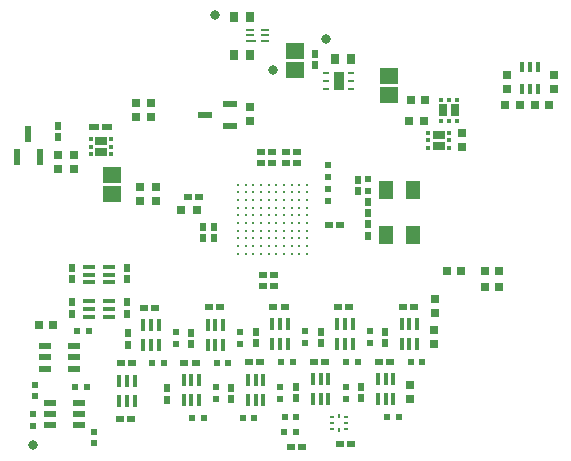
<source format=gbp>
G04 Layer_Color=128*
%FSLAX43Y43*%
%MOMM*%
G71*
G01*
G75*
%ADD28R,0.700X0.700*%
%ADD32R,1.500X1.350*%
%ADD33R,0.900X0.600*%
%ADD36R,0.650X0.800*%
%ADD37R,0.800X0.650*%
%ADD38R,0.550X0.600*%
%ADD39R,0.500X0.650*%
%ADD42R,0.600X0.550*%
%ADD89R,1.300X1.600*%
%ADD92R,0.250X0.400*%
%ADD93R,0.400X0.250*%
%ADD94C,0.280*%
%ADD95R,0.400X1.000*%
%ADD96R,1.050X0.720*%
%ADD97R,0.300X0.350*%
%ADD98R,1.050X0.600*%
%ADD99R,1.300X0.600*%
%ADD100R,0.350X0.850*%
%ADD101R,0.600X1.400*%
%ADD102R,0.800X0.850*%
%ADD103R,0.650X0.500*%
%ADD104R,0.720X1.050*%
%ADD105R,0.350X0.300*%
%ADD106R,1.000X0.400*%
%ADD107C,0.800*%
%ADD197R,0.800X0.250*%
%ADD198R,0.900X0.250*%
%ADD199R,0.900X1.500*%
%ADD200R,0.550X0.250*%
D28*
X-31375Y-20000D02*
D03*
X-32775D02*
D03*
D32*
X-15125Y-8650D02*
D03*
Y-10300D02*
D03*
X-38612Y-18663D02*
D03*
Y-17013D02*
D03*
X-23100Y-6525D02*
D03*
Y-8175D02*
D03*
D33*
X-40150Y-12965D02*
D03*
X-39050D02*
D03*
D36*
X-43138Y-15365D02*
D03*
Y-16565D02*
D03*
X-8950Y-14675D02*
D03*
Y-13475D02*
D03*
X-34900Y-18025D02*
D03*
Y-19225D02*
D03*
X-36200Y-19225D02*
D03*
Y-18025D02*
D03*
X-41787Y-15365D02*
D03*
Y-16565D02*
D03*
X-1200Y-8600D02*
D03*
Y-9800D02*
D03*
X-5200Y-9800D02*
D03*
Y-8600D02*
D03*
X-26950Y-12462D02*
D03*
Y-11262D02*
D03*
X-36600Y-10950D02*
D03*
Y-12150D02*
D03*
X-35325Y-12150D02*
D03*
Y-10950D02*
D03*
X-13350Y-34825D02*
D03*
Y-36025D02*
D03*
X-11325Y-30150D02*
D03*
Y-31350D02*
D03*
X-11300Y-28712D02*
D03*
Y-27513D02*
D03*
D37*
X-12075Y-10700D02*
D03*
X-13275D02*
D03*
X-13425Y-12450D02*
D03*
X-12225D02*
D03*
X-9038Y-25200D02*
D03*
X-10238D02*
D03*
X-5800D02*
D03*
X-7000D02*
D03*
X-5800Y-26500D02*
D03*
X-7000D02*
D03*
X-5300Y-11100D02*
D03*
X-4100D02*
D03*
X-2800D02*
D03*
X-1600D02*
D03*
X-43575Y-29775D02*
D03*
X-44775D02*
D03*
D38*
X-40125Y-39763D02*
D03*
Y-38763D02*
D03*
X-20300Y-18200D02*
D03*
Y-19200D02*
D03*
X-18775Y-34975D02*
D03*
Y-35975D02*
D03*
X-16775Y-30250D02*
D03*
Y-31250D02*
D03*
X-33200Y-31375D02*
D03*
Y-30375D02*
D03*
X-27750Y-31325D02*
D03*
Y-30325D02*
D03*
X-22275Y-31250D02*
D03*
Y-30250D02*
D03*
X-24350Y-35975D02*
D03*
Y-34975D02*
D03*
X-29800Y-36025D02*
D03*
Y-35025D02*
D03*
X-20300Y-17200D02*
D03*
Y-16200D02*
D03*
X-45125Y-34787D02*
D03*
Y-35787D02*
D03*
X-45263Y-37250D02*
D03*
Y-38250D02*
D03*
X-16900Y-18400D02*
D03*
Y-17400D02*
D03*
D39*
X-43138Y-12887D02*
D03*
Y-13837D02*
D03*
X-33975Y-36050D02*
D03*
Y-35100D02*
D03*
X-30875Y-22375D02*
D03*
Y-21425D02*
D03*
X-30000Y-22375D02*
D03*
Y-21425D02*
D03*
X-17800Y-18375D02*
D03*
Y-17425D02*
D03*
X-16900Y-20275D02*
D03*
Y-19325D02*
D03*
X-20950Y-31275D02*
D03*
Y-30325D02*
D03*
X-23025Y-35950D02*
D03*
Y-35000D02*
D03*
X-17525Y-35950D02*
D03*
Y-35000D02*
D03*
X-15500Y-31275D02*
D03*
Y-30325D02*
D03*
X-37375Y-25825D02*
D03*
Y-24875D02*
D03*
X-42025Y-24900D02*
D03*
Y-25850D02*
D03*
X-31925Y-31350D02*
D03*
Y-30400D02*
D03*
X-37287Y-31400D02*
D03*
Y-30450D02*
D03*
X-26450Y-31275D02*
D03*
Y-30325D02*
D03*
X-37300Y-28775D02*
D03*
Y-27825D02*
D03*
X-42025Y-27825D02*
D03*
Y-28775D02*
D03*
X-28525Y-36000D02*
D03*
Y-35050D02*
D03*
X-21450Y-7725D02*
D03*
Y-6775D02*
D03*
X-16900Y-21225D02*
D03*
Y-22175D02*
D03*
D42*
X-23025Y-38825D02*
D03*
X-24025D02*
D03*
X-23000Y-37550D02*
D03*
X-24000D02*
D03*
X-41750Y-34975D02*
D03*
X-40750D02*
D03*
X-18775Y-32850D02*
D03*
X-17775D02*
D03*
X-15350Y-37525D02*
D03*
X-14350D02*
D03*
X-41550Y-30275D02*
D03*
X-40550D02*
D03*
X-13325Y-32850D02*
D03*
X-12325D02*
D03*
X-29750Y-32925D02*
D03*
X-28750D02*
D03*
X-35200Y-32975D02*
D03*
X-34200D02*
D03*
X-24275Y-32850D02*
D03*
X-23275D02*
D03*
X-26550Y-37625D02*
D03*
X-27550D02*
D03*
X-31800D02*
D03*
X-30800D02*
D03*
D89*
X-13100Y-22150D02*
D03*
Y-18350D02*
D03*
X-15400D02*
D03*
Y-22150D02*
D03*
D92*
X-19375Y-37450D02*
D03*
Y-38650D02*
D03*
D93*
X-19980Y-38050D02*
D03*
Y-37550D02*
D03*
Y-38550D02*
D03*
X-18770D02*
D03*
Y-37550D02*
D03*
Y-38050D02*
D03*
D94*
X-27300Y-20450D02*
D03*
X-27950Y-17850D02*
D03*
X-27300D02*
D03*
X-26650D02*
D03*
X-26000D02*
D03*
X-25350D02*
D03*
X-24700D02*
D03*
X-24050D02*
D03*
X-23400D02*
D03*
X-22750D02*
D03*
X-22100D02*
D03*
X-27950Y-18500D02*
D03*
X-27300D02*
D03*
X-26650D02*
D03*
X-26000D02*
D03*
X-25350D02*
D03*
X-24700D02*
D03*
X-24050D02*
D03*
X-23400D02*
D03*
X-22750D02*
D03*
X-22100D02*
D03*
X-27950Y-19150D02*
D03*
X-27300D02*
D03*
X-26650D02*
D03*
X-26000D02*
D03*
X-25350D02*
D03*
X-24700D02*
D03*
X-24050D02*
D03*
X-23400D02*
D03*
X-22750D02*
D03*
X-27950Y-19800D02*
D03*
X-27300D02*
D03*
X-26650D02*
D03*
X-26000D02*
D03*
X-25350D02*
D03*
X-24700D02*
D03*
X-24050D02*
D03*
X-23400D02*
D03*
X-22750D02*
D03*
X-27950Y-20450D02*
D03*
X-26650D02*
D03*
X-26000D02*
D03*
X-25350D02*
D03*
X-24700D02*
D03*
X-24050D02*
D03*
X-23400D02*
D03*
X-22750D02*
D03*
X-27950Y-21750D02*
D03*
X-27300D02*
D03*
X-26650D02*
D03*
X-26000D02*
D03*
X-25350D02*
D03*
X-24700D02*
D03*
X-24050D02*
D03*
X-23400D02*
D03*
X-22750D02*
D03*
X-27950Y-22400D02*
D03*
X-27300D02*
D03*
X-26650D02*
D03*
X-26000D02*
D03*
X-25350D02*
D03*
X-24700D02*
D03*
X-24050D02*
D03*
X-23400D02*
D03*
X-22750D02*
D03*
X-27950Y-23050D02*
D03*
X-27300D02*
D03*
X-26650D02*
D03*
X-26000D02*
D03*
X-25350D02*
D03*
X-24700D02*
D03*
X-24050D02*
D03*
X-23400D02*
D03*
X-22750D02*
D03*
X-27950Y-23700D02*
D03*
X-27300D02*
D03*
X-26650D02*
D03*
X-26000D02*
D03*
X-25350D02*
D03*
X-24700D02*
D03*
X-24050D02*
D03*
X-23400D02*
D03*
X-22750D02*
D03*
X-27950Y-21100D02*
D03*
X-27300D02*
D03*
X-26650D02*
D03*
X-26000D02*
D03*
X-25350D02*
D03*
X-24700D02*
D03*
X-24050D02*
D03*
X-23400D02*
D03*
X-22750D02*
D03*
X-22100D02*
D03*
Y-19150D02*
D03*
Y-19800D02*
D03*
Y-20450D02*
D03*
Y-21750D02*
D03*
Y-22400D02*
D03*
Y-23050D02*
D03*
Y-23700D02*
D03*
D95*
X-32550Y-34425D02*
D03*
X-31900D02*
D03*
X-31250D02*
D03*
Y-36125D02*
D03*
X-31900D02*
D03*
X-32550D02*
D03*
X-19525Y-29650D02*
D03*
X-18875D02*
D03*
X-18225D02*
D03*
Y-31350D02*
D03*
X-18875D02*
D03*
X-19525D02*
D03*
X-21600Y-34325D02*
D03*
X-20950D02*
D03*
X-20300D02*
D03*
Y-36025D02*
D03*
X-20950D02*
D03*
X-21600D02*
D03*
X-16100Y-34325D02*
D03*
X-15450D02*
D03*
X-14800D02*
D03*
Y-36025D02*
D03*
X-15450D02*
D03*
X-16100D02*
D03*
X-38000Y-34475D02*
D03*
X-37350D02*
D03*
X-36700D02*
D03*
Y-36175D02*
D03*
X-37350D02*
D03*
X-38000D02*
D03*
X-14075Y-29650D02*
D03*
X-13425D02*
D03*
X-12775D02*
D03*
Y-31350D02*
D03*
X-13425D02*
D03*
X-14075D02*
D03*
X-30500Y-29725D02*
D03*
X-29850D02*
D03*
X-29200D02*
D03*
Y-31425D02*
D03*
X-29850D02*
D03*
X-30500D02*
D03*
X-35950Y-29775D02*
D03*
X-35300D02*
D03*
X-34650D02*
D03*
Y-31475D02*
D03*
X-35300D02*
D03*
X-35950D02*
D03*
X-25025Y-29650D02*
D03*
X-24375D02*
D03*
X-23725D02*
D03*
Y-31350D02*
D03*
X-24375D02*
D03*
X-25025D02*
D03*
X-27100Y-34375D02*
D03*
X-26450D02*
D03*
X-25800D02*
D03*
Y-36075D02*
D03*
X-26450D02*
D03*
X-27100D02*
D03*
D96*
X-10950Y-13620D02*
D03*
X-10950Y-14600D02*
D03*
X-39525Y-15130D02*
D03*
X-39525Y-14150D02*
D03*
D97*
X-10075Y-13460D02*
D03*
Y-14110D02*
D03*
Y-14760D02*
D03*
X-11825D02*
D03*
Y-14110D02*
D03*
Y-13460D02*
D03*
X-40400Y-15290D02*
D03*
Y-14640D02*
D03*
Y-13990D02*
D03*
X-38650D02*
D03*
Y-14640D02*
D03*
Y-15290D02*
D03*
D98*
X-43875Y-36325D02*
D03*
Y-37275D02*
D03*
Y-38225D02*
D03*
X-41425D02*
D03*
Y-37275D02*
D03*
Y-36325D02*
D03*
X-44300Y-33425D02*
D03*
Y-32475D02*
D03*
Y-31525D02*
D03*
X-41850D02*
D03*
Y-32475D02*
D03*
Y-33425D02*
D03*
D99*
X-30750Y-11975D02*
D03*
X-28650Y-12925D02*
D03*
Y-11025D02*
D03*
D100*
X-3875Y-7875D02*
D03*
X-3225D02*
D03*
X-2575D02*
D03*
Y-9725D02*
D03*
X-3225D02*
D03*
X-3875D02*
D03*
D101*
X-44737Y-15500D02*
D03*
X-46638D02*
D03*
X-45688Y-13600D02*
D03*
D102*
X-26900Y-3638D02*
D03*
X-28300D02*
D03*
X-18362Y-7213D02*
D03*
X-19763D02*
D03*
X-26900Y-6887D02*
D03*
X-28300D02*
D03*
D103*
X-24900Y-26400D02*
D03*
X-25850D02*
D03*
X-24900Y-25500D02*
D03*
X-25850D02*
D03*
X-19325Y-21300D02*
D03*
X-20275D02*
D03*
X-32150Y-18900D02*
D03*
X-31200D02*
D03*
X-23450Y-40075D02*
D03*
X-22500D02*
D03*
X-19300Y-39825D02*
D03*
X-18350D02*
D03*
X-18500Y-28175D02*
D03*
X-19450D02*
D03*
X-20575Y-32850D02*
D03*
X-21525D02*
D03*
X-15075Y-32850D02*
D03*
X-16025D02*
D03*
X-36875Y-32975D02*
D03*
X-37825D02*
D03*
X-37950Y-37675D02*
D03*
X-37000D02*
D03*
X-13050Y-28175D02*
D03*
X-14000D02*
D03*
X-29475Y-28250D02*
D03*
X-30425D02*
D03*
X-34925Y-28300D02*
D03*
X-35875D02*
D03*
X-24000Y-28175D02*
D03*
X-24950D02*
D03*
X-26075Y-32900D02*
D03*
X-27025D02*
D03*
X-31525Y-32950D02*
D03*
X-32475D02*
D03*
X-25975Y-15100D02*
D03*
X-25025D02*
D03*
X-25975Y-16000D02*
D03*
X-25025D02*
D03*
X-22925Y-15100D02*
D03*
X-23875D02*
D03*
X-22925Y-16000D02*
D03*
X-23875D02*
D03*
D104*
X-10565Y-11575D02*
D03*
X-9585Y-11575D02*
D03*
D105*
X-10725Y-10700D02*
D03*
X-10075D02*
D03*
X-9425D02*
D03*
Y-12450D02*
D03*
X-10075D02*
D03*
X-10725D02*
D03*
D106*
X-38850Y-24825D02*
D03*
Y-25475D02*
D03*
Y-26125D02*
D03*
X-40550D02*
D03*
Y-25475D02*
D03*
Y-24825D02*
D03*
X-38850Y-27750D02*
D03*
Y-28400D02*
D03*
Y-29050D02*
D03*
X-40550D02*
D03*
Y-28400D02*
D03*
Y-27750D02*
D03*
D107*
X-25013Y-8175D02*
D03*
X-45263Y-39875D02*
D03*
X-29925Y-3525D02*
D03*
X-20500Y-5525D02*
D03*
D197*
X-25638Y-5225D02*
D03*
X-26888D02*
D03*
X-25638Y-5725D02*
D03*
Y-4725D02*
D03*
X-26888D02*
D03*
D198*
X-26837Y-5725D02*
D03*
D199*
X-19413Y-9087D02*
D03*
D200*
X-18362Y-9738D02*
D03*
Y-9087D02*
D03*
Y-8438D02*
D03*
X-20462D02*
D03*
Y-9087D02*
D03*
Y-9738D02*
D03*
M02*

</source>
